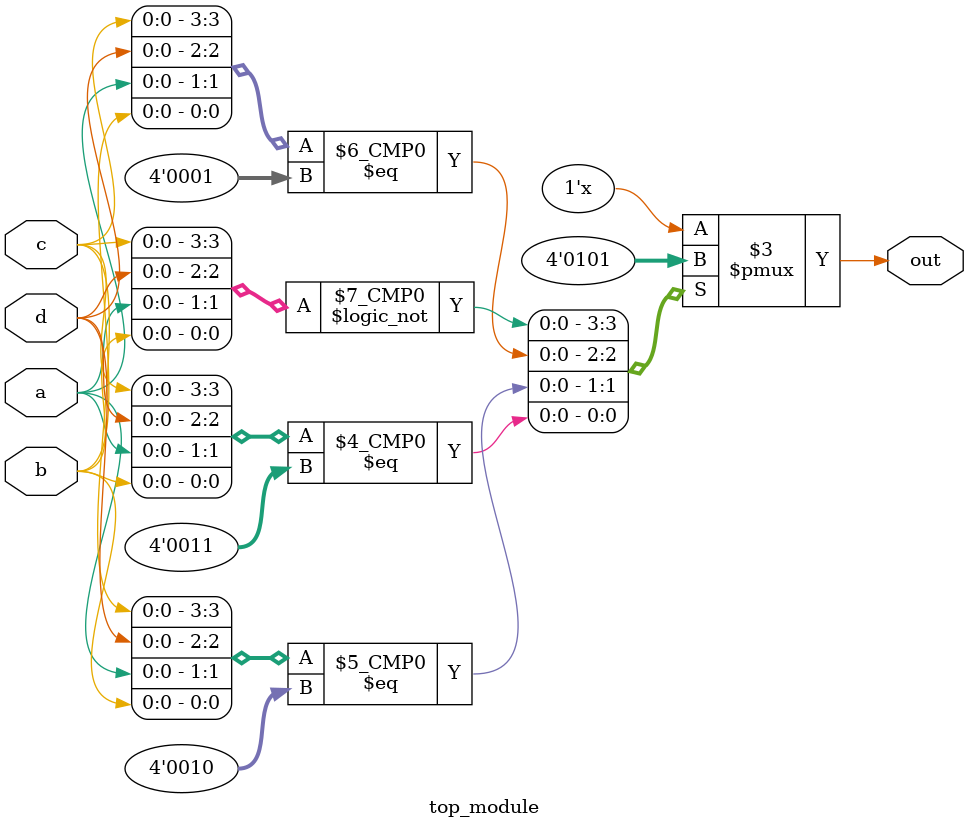
<source format=sv>
module top_module (
	input a, 
	input b,
	input c,
	input d,
	output reg out
);

always @(*) begin
	case ({{c, d}, {a, b}})
		2'b00_00: out = 1'b0;
		2'b00_01: out = 1'b1;
		2'b00_10: out = 1'b0;
		2'b00_11: out = 1'b1;
		2'b01_00: out = 1'b1;
		2'b01_01: out = 1'b0;
		2'b01_10: out = 1'b1;
		2'b01_11: out = 1'b0;
		2'b10_00: out = 1'b1;
		2'b10_01: out = 1'b0;
		2'b10_10: out = 1'b1;
		2'b10_11: out = 1'b0;
		2'b11_00: out = 1'b0;
		2'b11_01: out = 1'b1;
		2'b11_10: out = 1'b0;
		2'b11_11: out = 1'b1;
	endcase
end

endmodule

</source>
